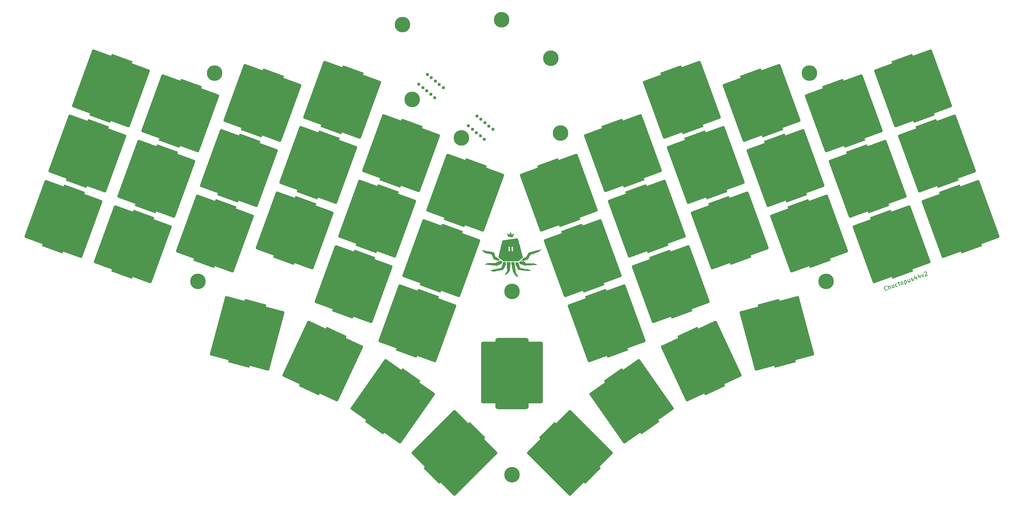
<source format=gts>
G04 #@! TF.GenerationSoftware,KiCad,Pcbnew,(6.0.0)*
G04 #@! TF.CreationDate,2023-05-15T23:43:54+03:00*
G04 #@! TF.ProjectId,choctopus44-top-plate,63686f63-746f-4707-9573-34342d746f70,2.0*
G04 #@! TF.SameCoordinates,Original*
G04 #@! TF.FileFunction,Soldermask,Top*
G04 #@! TF.FilePolarity,Negative*
%FSLAX46Y46*%
G04 Gerber Fmt 4.6, Leading zero omitted, Abs format (unit mm)*
G04 Created by KiCad (PCBNEW (6.0.0)) date 2023-05-15 23:43:54*
%MOMM*%
%LPD*%
G01*
G04 APERTURE LIST*
G04 Aperture macros list*
%AMRoundRect*
0 Rectangle with rounded corners*
0 $1 Rounding radius*
0 $2 $3 $4 $5 $6 $7 $8 $9 X,Y pos of 4 corners*
0 Add a 4 corners polygon primitive as box body*
4,1,4,$2,$3,$4,$5,$6,$7,$8,$9,$2,$3,0*
0 Add four circle primitives for the rounded corners*
1,1,$1+$1,$2,$3*
1,1,$1+$1,$4,$5*
1,1,$1+$1,$6,$7*
1,1,$1+$1,$8,$9*
0 Add four rect primitives between the rounded corners*
20,1,$1+$1,$2,$3,$4,$5,0*
20,1,$1+$1,$4,$5,$6,$7,0*
20,1,$1+$1,$6,$7,$8,$9,0*
20,1,$1+$1,$8,$9,$2,$3,0*%
G04 Aperture macros list end*
%ADD10C,0.150000*%
%ADD11RoundRect,0.300000X-9.228332X-4.303242X4.303242X-9.228332X9.228332X4.303242X-4.303242X9.228332X0*%
%ADD12RoundRect,0.108000X-5.134906X-6.529538X-0.263540X-8.302570X5.134906X6.529538X0.263540X8.302570X0*%
%ADD13RoundRect,0.108000X-4.546280X-6.952228X0.461080X-8.293946X4.546280X6.952228X-0.461080X8.293946X0*%
%ADD14RoundRect,0.300000X-8.818163X-5.091169X5.091169X-8.818163X8.818163X5.091169X-5.091169X8.818163X0*%
%ADD15C,0.787400*%
%ADD16C,3.800000*%
%ADD17RoundRect,0.300000X0.000000X-10.182338X10.182338X0.000000X0.000000X10.182338X-10.182338X0.000000X0*%
%ADD18RoundRect,0.108000X3.747666X-7.413307X7.413307X-3.747666X-3.747666X7.413307X-7.413307X3.747666X0*%
%ADD19RoundRect,0.300000X-4.303242X-9.228332X9.228332X-4.303242X4.303242X9.228332X-9.228332X4.303242X0*%
%ADD20RoundRect,0.108000X0.263540X-8.302570X5.134906X-6.529538X-0.263540X8.302570X-5.134906X6.529538X0*%
%ADD21RoundRect,0.300000X-9.568268X-3.482565X3.482565X-9.568268X9.568268X3.482565X-3.482565X9.568268X0*%
%ADD22RoundRect,0.108000X-5.684453X-6.057155X-0.986154X-8.248008X5.684453X6.057155X0.986154X8.248008X0*%
%ADD23RoundRect,0.108000X2.403423X-7.951458X6.649907X-4.978038X-2.403423X7.951458X-6.649907X4.978038X0*%
%ADD24RoundRect,0.300000X-1.768144X-10.027645X10.027645X-1.768144X1.768144X10.027645X-10.027645X1.768144X0*%
%ADD25RoundRect,0.300000X7.200000X-7.200000X7.200000X7.200000X-7.200000X7.200000X-7.200000X-7.200000X0*%
%ADD26RoundRect,0.800000X3.300000X-7.950000X3.300000X7.950000X-3.300000X7.950000X-3.300000X-7.950000X0*%
%ADD27RoundRect,0.108000X-0.461080X-8.293946X4.546280X-6.952228X0.461080X8.293946X-4.546280X6.952228X0*%
%ADD28RoundRect,0.300000X-5.091169X-8.818163X8.818163X-5.091169X5.091169X8.818163X-8.818163X5.091169X0*%
%ADD29RoundRect,0.300000X-10.027645X-1.768144X1.768144X-10.027645X10.027645X1.768144X-1.768144X10.027645X0*%
%ADD30RoundRect,0.108000X-6.649907X-4.978038X-2.403423X-7.951458X6.649907X4.978038X2.403423X7.951458X0*%
%ADD31RoundRect,0.300000X-10.182338X0.000000X0.000000X-10.182338X10.182338X0.000000X0.000000X10.182338X0*%
%ADD32RoundRect,0.108000X-7.413307X-3.747666X-3.747666X-7.413307X7.413307X3.747666X3.747666X7.413307X0*%
%ADD33RoundRect,0.108000X0.986154X-8.248008X5.684453X-6.057155X-0.986154X8.248008X-5.684453X6.057155X0*%
%ADD34RoundRect,0.300000X-3.482565X-9.568268X9.568268X-3.482565X3.482565X9.568268X-9.568268X3.482565X0*%
G04 APERTURE END LIST*
D10*
X239935555Y-111404988D02*
X239907094Y-111466022D01*
X239789139Y-111559629D01*
X239699644Y-111592203D01*
X239549116Y-111596315D01*
X239427048Y-111539394D01*
X239349727Y-111466186D01*
X239239833Y-111303484D01*
X239190973Y-111169242D01*
X239170574Y-110973966D01*
X239182748Y-110868185D01*
X239239669Y-110746117D01*
X239357624Y-110652510D01*
X239447119Y-110619937D01*
X239597647Y-110615824D01*
X239658681Y-110644284D01*
X240370853Y-111347903D02*
X240028833Y-110408210D01*
X240773579Y-111201322D02*
X240594425Y-110709103D01*
X240517105Y-110635895D01*
X240411324Y-110623721D01*
X240277082Y-110672581D01*
X240203874Y-110749901D01*
X240175413Y-110810935D01*
X241355293Y-110989596D02*
X241249512Y-110977422D01*
X241188478Y-110948961D01*
X241111157Y-110875753D01*
X241013437Y-110607270D01*
X241025611Y-110501489D01*
X241054072Y-110440455D01*
X241127280Y-110363134D01*
X241261522Y-110314274D01*
X241367303Y-110326448D01*
X241428337Y-110354908D01*
X241505657Y-110428116D01*
X241603377Y-110696600D01*
X241591204Y-110802381D01*
X241562743Y-110863415D01*
X241489535Y-110940736D01*
X241355293Y-110989596D01*
X242457688Y-110537682D02*
X242384480Y-110615002D01*
X242205491Y-110680149D01*
X242099710Y-110667975D01*
X242038676Y-110639514D01*
X241961356Y-110566307D01*
X241863636Y-110297823D01*
X241875809Y-110192042D01*
X241904270Y-110131008D01*
X241977478Y-110053687D01*
X242156467Y-109988540D01*
X242262248Y-110000714D01*
X242514445Y-109858247D02*
X242872423Y-109727954D01*
X242534680Y-109496156D02*
X242827840Y-110301607D01*
X242905161Y-110374815D01*
X243010942Y-110386989D01*
X243100437Y-110354415D01*
X243547909Y-110191549D02*
X243442128Y-110179375D01*
X243381094Y-110150914D01*
X243303774Y-110077706D01*
X243206054Y-109809223D01*
X243218227Y-109703442D01*
X243246688Y-109642408D01*
X243319896Y-109565087D01*
X243454138Y-109516227D01*
X243559919Y-109528401D01*
X243620953Y-109556861D01*
X243698274Y-109630069D01*
X243795994Y-109898553D01*
X243783820Y-110004334D01*
X243755359Y-110065368D01*
X243682151Y-110142689D01*
X243547909Y-110191549D01*
X244035852Y-109304500D02*
X244377872Y-110244193D01*
X244052139Y-109349247D02*
X244125347Y-109271927D01*
X244304336Y-109206780D01*
X244410117Y-109218954D01*
X244471151Y-109247415D01*
X244548472Y-109320623D01*
X244646192Y-109589106D01*
X244634018Y-109694887D01*
X244605557Y-109755921D01*
X244532349Y-109833242D01*
X244353360Y-109898389D01*
X244247579Y-109886215D01*
X245288776Y-108848473D02*
X245516789Y-109474935D01*
X244886050Y-108995053D02*
X245065204Y-109487273D01*
X245142524Y-109560481D01*
X245248306Y-109572655D01*
X245382547Y-109523795D01*
X245455755Y-109446474D01*
X245484216Y-109385441D01*
X245903228Y-109283608D02*
X246009009Y-109295782D01*
X246187998Y-109230635D01*
X246261206Y-109153314D01*
X246273380Y-109047533D01*
X246257093Y-109002786D01*
X246179773Y-108929578D01*
X246073991Y-108917404D01*
X245939750Y-108966264D01*
X245833968Y-108954090D01*
X245756648Y-108880882D01*
X245740361Y-108836135D01*
X245752535Y-108730354D01*
X245825743Y-108653033D01*
X245959985Y-108604173D01*
X246065766Y-108616347D01*
X246899677Y-108262153D02*
X247127691Y-108888615D01*
X246545648Y-107985608D02*
X246566211Y-108738251D01*
X247147926Y-108526524D01*
X247794623Y-107936420D02*
X248022636Y-108562881D01*
X247440593Y-107659875D02*
X247461157Y-108412517D01*
X248042871Y-108200790D01*
X248197348Y-107789840D02*
X248649098Y-108334868D01*
X248644821Y-107626973D01*
X248876618Y-107289230D02*
X248905079Y-107228196D01*
X248978287Y-107150875D01*
X249202023Y-107069442D01*
X249307804Y-107081616D01*
X249368838Y-107110076D01*
X249446159Y-107183284D01*
X249478732Y-107272779D01*
X249482845Y-107423307D01*
X249141318Y-108155715D01*
X249723032Y-107943988D01*
G36*
X147846138Y-104770443D02*
G01*
X147858574Y-104843494D01*
X147868940Y-104905646D01*
X147877106Y-104960488D01*
X147882941Y-105011608D01*
X147886316Y-105062594D01*
X147887100Y-105117035D01*
X147885163Y-105178520D01*
X147880375Y-105250637D01*
X147872604Y-105336973D01*
X147861722Y-105441119D01*
X147847598Y-105566662D01*
X147830101Y-105717191D01*
X147809101Y-105896294D01*
X147803541Y-105943797D01*
X147784472Y-106106782D01*
X147766462Y-106260579D01*
X147749900Y-106401869D01*
X147735176Y-106527330D01*
X147722682Y-106633641D01*
X147712806Y-106717479D01*
X147705938Y-106775524D01*
X147702470Y-106804455D01*
X147702246Y-106806237D01*
X147691130Y-106828757D01*
X147662096Y-106873765D01*
X147617746Y-106937615D01*
X147560678Y-107016663D01*
X147493492Y-107107263D01*
X147418788Y-107205769D01*
X147398325Y-107232394D01*
X147099306Y-107620369D01*
X146916573Y-107707209D01*
X146780267Y-107771850D01*
X146671056Y-107823274D01*
X146586116Y-107862723D01*
X146522626Y-107891434D01*
X146477764Y-107910648D01*
X146448709Y-107921605D01*
X146432639Y-107925542D01*
X146426733Y-107923701D01*
X146426514Y-107922468D01*
X146435017Y-107905332D01*
X146459258Y-107863186D01*
X146497334Y-107799171D01*
X146547344Y-107716432D01*
X146607384Y-107618112D01*
X146675554Y-107507353D01*
X146749949Y-107387300D01*
X146766365Y-107360913D01*
X147106216Y-106815016D01*
X147015634Y-105778193D01*
X146999723Y-105595890D01*
X146984699Y-105423406D01*
X146970808Y-105263586D01*
X146958295Y-105119275D01*
X146947408Y-104993316D01*
X146938390Y-104888553D01*
X146931489Y-104807831D01*
X146926949Y-104753994D01*
X146925017Y-104729885D01*
X146924966Y-104728912D01*
X146940847Y-104725656D01*
X146985708Y-104722717D01*
X147055306Y-104720212D01*
X147145398Y-104718256D01*
X147251740Y-104716965D01*
X147370089Y-104716457D01*
X147380960Y-104716453D01*
X147837042Y-104716453D01*
X147846138Y-104770443D01*
G37*
G36*
X145563770Y-104377027D02*
G01*
X145604677Y-104402290D01*
X145659216Y-104438854D01*
X145721081Y-104482183D01*
X145783963Y-104527742D01*
X145841556Y-104570997D01*
X145887551Y-104607413D01*
X145915641Y-104632456D01*
X145921120Y-104639586D01*
X145918893Y-104661890D01*
X145907660Y-104708718D01*
X145889254Y-104773185D01*
X145865826Y-104847434D01*
X145803558Y-105036558D01*
X145213826Y-105324180D01*
X145043386Y-105406632D01*
X144897663Y-105475704D01*
X144777543Y-105530998D01*
X144683914Y-105572117D01*
X144617662Y-105598664D01*
X144579675Y-105610240D01*
X144574257Y-105610746D01*
X144550635Y-105608884D01*
X144496416Y-105603783D01*
X144414045Y-105595693D01*
X144305966Y-105584865D01*
X144174623Y-105571546D01*
X144022461Y-105555989D01*
X143851922Y-105538442D01*
X143665453Y-105519155D01*
X143465496Y-105498379D01*
X143254496Y-105476362D01*
X143045938Y-105454515D01*
X142827628Y-105431612D01*
X142618696Y-105409713D01*
X142421514Y-105389065D01*
X142238453Y-105369915D01*
X142071884Y-105352511D01*
X141924180Y-105337101D01*
X141797712Y-105323931D01*
X141694852Y-105313249D01*
X141617970Y-105305303D01*
X141569439Y-105300340D01*
X141551674Y-105298609D01*
X141541935Y-105295549D01*
X141548770Y-105287325D01*
X141574357Y-105272967D01*
X141620874Y-105251506D01*
X141690498Y-105221973D01*
X141785406Y-105183398D01*
X141907777Y-105134811D01*
X142007678Y-105095601D01*
X142447900Y-104923391D01*
X144214434Y-104970351D01*
X144536990Y-104770477D01*
X144632541Y-104711487D01*
X144721213Y-104657157D01*
X144798229Y-104610380D01*
X144858816Y-104574047D01*
X144898198Y-104551053D01*
X144907941Y-104545720D01*
X144936961Y-104534550D01*
X144990851Y-104517090D01*
X145063172Y-104495147D01*
X145147485Y-104470528D01*
X145237349Y-104445039D01*
X145326325Y-104420488D01*
X145407974Y-104398681D01*
X145475855Y-104381424D01*
X145523530Y-104370525D01*
X145542803Y-104367598D01*
X145563770Y-104377027D01*
G37*
G36*
X150657821Y-104518568D02*
G01*
X151053002Y-104554636D01*
X151684264Y-105018954D01*
X153625724Y-105001320D01*
X154079069Y-105178670D01*
X154194058Y-105224058D01*
X154298343Y-105265995D01*
X154388079Y-105302873D01*
X154459425Y-105333086D01*
X154508539Y-105355025D01*
X154531577Y-105367085D01*
X154532832Y-105368480D01*
X154518711Y-105377259D01*
X154484146Y-105380939D01*
X154483896Y-105380940D01*
X154460243Y-105382051D01*
X154405914Y-105385278D01*
X154323380Y-105390456D01*
X154215110Y-105397423D01*
X154083576Y-105406015D01*
X153931248Y-105416071D01*
X153760596Y-105427426D01*
X153574090Y-105439918D01*
X153374200Y-105453384D01*
X153163398Y-105467661D01*
X152973083Y-105480613D01*
X152754417Y-105495472D01*
X152544242Y-105509650D01*
X152345059Y-105522984D01*
X152159369Y-105535312D01*
X151989672Y-105546470D01*
X151838470Y-105556296D01*
X151708264Y-105564627D01*
X151601553Y-105571301D01*
X151520840Y-105576155D01*
X151468625Y-105579026D01*
X151448435Y-105579786D01*
X151414380Y-105573332D01*
X151350840Y-105554551D01*
X151259014Y-105523862D01*
X151140098Y-105481682D01*
X150995291Y-105428432D01*
X150825789Y-105364529D01*
X150745677Y-105333907D01*
X150106108Y-105088527D01*
X150042039Y-104902481D01*
X150017616Y-104827672D01*
X149999036Y-104763136D01*
X149988173Y-104715956D01*
X149986733Y-104693598D01*
X150003442Y-104674685D01*
X150041228Y-104642447D01*
X150093652Y-104602176D01*
X150129068Y-104576630D01*
X150262640Y-104482499D01*
X150657821Y-104518568D01*
G37*
G36*
X148577919Y-104716835D02*
G01*
X148680788Y-104718085D01*
X148756556Y-104720358D01*
X148808280Y-104723810D01*
X148839019Y-104728597D01*
X148851831Y-104734875D01*
X148852644Y-104737218D01*
X148854799Y-104756695D01*
X148860796Y-104806511D01*
X148870310Y-104884045D01*
X148883012Y-104986674D01*
X148898576Y-105111778D01*
X148916676Y-105256734D01*
X148936984Y-105418920D01*
X148959174Y-105595714D01*
X148982919Y-105784494D01*
X149007429Y-105978978D01*
X149161460Y-107199972D01*
X149521652Y-107787594D01*
X149598983Y-107914093D01*
X149670625Y-108031942D01*
X149734762Y-108138107D01*
X149789579Y-108229552D01*
X149833261Y-108303241D01*
X149863992Y-108356141D01*
X149879958Y-108385216D01*
X149881844Y-108389785D01*
X149881307Y-108396442D01*
X149877197Y-108399937D01*
X149865771Y-108398939D01*
X149843282Y-108392119D01*
X149805986Y-108378146D01*
X149750137Y-108355689D01*
X149671989Y-108323419D01*
X149567798Y-108280004D01*
X149539239Y-108268087D01*
X149221552Y-108135515D01*
X148876782Y-107623940D01*
X148532012Y-107112364D01*
X148285421Y-105926868D01*
X148245194Y-105733339D01*
X148206994Y-105549298D01*
X148171355Y-105377331D01*
X148138811Y-105220024D01*
X148109893Y-105079963D01*
X148085137Y-104959734D01*
X148065074Y-104861923D01*
X148050238Y-104789117D01*
X148041164Y-104743900D01*
X148038362Y-104728912D01*
X148054091Y-104725474D01*
X148098559Y-104722399D01*
X148167277Y-104719825D01*
X148255760Y-104717890D01*
X148359522Y-104716731D01*
X148444892Y-104716453D01*
X148577919Y-104716835D01*
G37*
G36*
X145366600Y-101624646D02*
G01*
X145419989Y-101402697D01*
X145473266Y-101181366D01*
X145525867Y-100963005D01*
X145577227Y-100749964D01*
X145626778Y-100544596D01*
X145673956Y-100349249D01*
X145718196Y-100166276D01*
X145758930Y-99998027D01*
X145795595Y-99846854D01*
X145827625Y-99715107D01*
X145854453Y-99605136D01*
X145875514Y-99519294D01*
X145890243Y-99459930D01*
X145898075Y-99429397D01*
X145899213Y-99425673D01*
X145915881Y-99422974D01*
X145962905Y-99415866D01*
X146037764Y-99404718D01*
X146137933Y-99389898D01*
X146260891Y-99371774D01*
X146404114Y-99350714D01*
X146565080Y-99327086D01*
X146741266Y-99301258D01*
X146930149Y-99273599D01*
X147129207Y-99244477D01*
X147335917Y-99214259D01*
X147547757Y-99183314D01*
X147762202Y-99152010D01*
X147976732Y-99120716D01*
X148188822Y-99089798D01*
X148395951Y-99059626D01*
X148595595Y-99030568D01*
X148785233Y-99002991D01*
X148962340Y-98977264D01*
X149124395Y-98953756D01*
X149268875Y-98932833D01*
X149393256Y-98914864D01*
X149495017Y-98900218D01*
X149571634Y-98889263D01*
X149620585Y-98882366D01*
X149639165Y-98879908D01*
X149644184Y-98882013D01*
X149650384Y-98890093D01*
X149658188Y-98905651D01*
X149668021Y-98930189D01*
X149680309Y-98965211D01*
X149695475Y-99012218D01*
X149713944Y-99072713D01*
X149736141Y-99148198D01*
X149762491Y-99240176D01*
X149793418Y-99350148D01*
X149829347Y-99479618D01*
X149870702Y-99630088D01*
X149917909Y-99803061D01*
X149971391Y-100000038D01*
X150031573Y-100222522D01*
X150098880Y-100472016D01*
X150173737Y-100750021D01*
X150256569Y-101058041D01*
X150291056Y-101186368D01*
X150363701Y-101456820D01*
X150434065Y-101718976D01*
X150501655Y-101970993D01*
X150565979Y-102211027D01*
X150626545Y-102437236D01*
X150682861Y-102647776D01*
X150734434Y-102840805D01*
X150780773Y-103014478D01*
X150821385Y-103166954D01*
X150855778Y-103296388D01*
X150883461Y-103400939D01*
X150903940Y-103478762D01*
X150916724Y-103528015D01*
X150921250Y-103546427D01*
X150922905Y-103559232D01*
X150921294Y-103572253D01*
X150914211Y-103587539D01*
X150899449Y-103607142D01*
X150874802Y-103633113D01*
X150838065Y-103667504D01*
X150787032Y-103712365D01*
X150719495Y-103769747D01*
X150633250Y-103841701D01*
X150526091Y-103930280D01*
X150395810Y-104037532D01*
X150371836Y-104057251D01*
X149812698Y-104517107D01*
X149328141Y-104514404D01*
X149232847Y-104513789D01*
X149108108Y-104512852D01*
X148957702Y-104511627D01*
X148785405Y-104510148D01*
X148594995Y-104508450D01*
X148390250Y-104506567D01*
X148174946Y-104504532D01*
X147952862Y-104502382D01*
X147727774Y-104500148D01*
X147503460Y-104497867D01*
X147485513Y-104497682D01*
X146127443Y-104483663D01*
X145525278Y-103991279D01*
X145403451Y-103891672D01*
X145289740Y-103798718D01*
X145186678Y-103714487D01*
X145096799Y-103641049D01*
X145022639Y-103580476D01*
X144966730Y-103534837D01*
X144931608Y-103506203D01*
X144919806Y-103496638D01*
X144923167Y-103480577D01*
X144933770Y-103434573D01*
X144951049Y-103360977D01*
X144974438Y-103262139D01*
X145003373Y-103140411D01*
X145037287Y-102998144D01*
X145075615Y-102837688D01*
X145117791Y-102661395D01*
X145163250Y-102471615D01*
X145211426Y-102270699D01*
X145261753Y-102060998D01*
X145266342Y-102041894D01*
X147390019Y-102041894D01*
X147705650Y-102041894D01*
X148204015Y-102041894D01*
X148503034Y-102041894D01*
X148503034Y-100962104D01*
X148204015Y-100962104D01*
X148204015Y-102041894D01*
X147705650Y-102041894D01*
X147705650Y-100962104D01*
X147390019Y-100962104D01*
X147390019Y-102041894D01*
X145266342Y-102041894D01*
X145313667Y-101844864D01*
X145366600Y-101624646D01*
G37*
G36*
X149756446Y-104741371D02*
G01*
X149997620Y-105442120D01*
X150238793Y-106142869D01*
X151639361Y-106420521D01*
X151849557Y-106462355D01*
X152049889Y-106502547D01*
X152238031Y-106540610D01*
X152411658Y-106576060D01*
X152568446Y-106608411D01*
X152706069Y-106637178D01*
X152822203Y-106661876D01*
X152914523Y-106682020D01*
X152980704Y-106697125D01*
X153018420Y-106706705D01*
X153026582Y-106710032D01*
X153004943Y-106718212D01*
X152955623Y-106731205D01*
X152883658Y-106748015D01*
X152794079Y-106767644D01*
X152691919Y-106789095D01*
X152582211Y-106811370D01*
X152469989Y-106833471D01*
X152360284Y-106854403D01*
X152258131Y-106873166D01*
X152168561Y-106888765D01*
X152096607Y-106900201D01*
X152047304Y-106906476D01*
X152030858Y-106907355D01*
X152000580Y-106904719D01*
X151940425Y-106897755D01*
X151853400Y-106886865D01*
X151742514Y-106872451D01*
X151610776Y-106854913D01*
X151461194Y-106834655D01*
X151296777Y-106812076D01*
X151120532Y-106787580D01*
X150935469Y-106761567D01*
X150878805Y-106753545D01*
X149807551Y-106601639D01*
X149463316Y-105970299D01*
X149119081Y-105338958D01*
X149093464Y-105083521D01*
X149084498Y-104991072D01*
X149076902Y-104906946D01*
X149071276Y-104838262D01*
X149068223Y-104792140D01*
X149067848Y-104780237D01*
X149067848Y-104732391D01*
X149756446Y-104741371D01*
G37*
G36*
X140944504Y-101749044D02*
G01*
X140992411Y-101757576D01*
X141067136Y-101771705D01*
X141165841Y-101790853D01*
X141285685Y-101814440D01*
X141423828Y-101841886D01*
X141577430Y-101872612D01*
X141743651Y-101906038D01*
X141919652Y-101941584D01*
X142102592Y-101978672D01*
X142289632Y-102016721D01*
X142477931Y-102055152D01*
X142664650Y-102093386D01*
X142846948Y-102130842D01*
X143021986Y-102166942D01*
X143186924Y-102201106D01*
X143338921Y-102232754D01*
X143475139Y-102261307D01*
X143592736Y-102286185D01*
X143688873Y-102306809D01*
X143760711Y-102322598D01*
X143805408Y-102332975D01*
X143820111Y-102337233D01*
X143828389Y-102355015D01*
X143847134Y-102400225D01*
X143874919Y-102469265D01*
X143910317Y-102558541D01*
X143951902Y-102664456D01*
X143998247Y-102783416D01*
X144042370Y-102897421D01*
X144091939Y-103025630D01*
X144138124Y-103144596D01*
X144179470Y-103250611D01*
X144214525Y-103339970D01*
X144241836Y-103408966D01*
X144259948Y-103453894D01*
X144267105Y-103470541D01*
X144287009Y-103484558D01*
X144332503Y-103505810D01*
X144397432Y-103531726D01*
X144475639Y-103559736D01*
X144501442Y-103568384D01*
X144722573Y-103641309D01*
X145051260Y-103917049D01*
X145139860Y-103991743D01*
X145219415Y-104059516D01*
X145286557Y-104117440D01*
X145337916Y-104162587D01*
X145370122Y-104192029D01*
X145379947Y-104202666D01*
X145364722Y-104208383D01*
X145323051Y-104219824D01*
X145260936Y-104235586D01*
X145184383Y-104254269D01*
X145099396Y-104274471D01*
X145011978Y-104294790D01*
X144928135Y-104313823D01*
X144853871Y-104330170D01*
X144795189Y-104342429D01*
X144758094Y-104349198D01*
X144748685Y-104350039D01*
X144731495Y-104344568D01*
X144686782Y-104329581D01*
X144618428Y-104306403D01*
X144530318Y-104276354D01*
X144426336Y-104240758D01*
X144310363Y-104200938D01*
X144258626Y-104183138D01*
X143776873Y-104017300D01*
X143544303Y-103427669D01*
X143482107Y-103270743D01*
X143430496Y-103142383D01*
X143388347Y-103040064D01*
X143354537Y-102961262D01*
X143327941Y-102903449D01*
X143307437Y-102864100D01*
X143291900Y-102840690D01*
X143280208Y-102830693D01*
X143278509Y-102830142D01*
X143256234Y-102824968D01*
X143204771Y-102813081D01*
X143127307Y-102795215D01*
X143027033Y-102772105D01*
X142907139Y-102744487D01*
X142770813Y-102713094D01*
X142621244Y-102678663D01*
X142461623Y-102641926D01*
X142414676Y-102631123D01*
X141584068Y-102440000D01*
X141249177Y-102095591D01*
X141164286Y-102007732D01*
X141088126Y-101927837D01*
X141023468Y-101858899D01*
X140973081Y-101803911D01*
X140939735Y-101765866D01*
X140926202Y-101747758D01*
X140926256Y-101746690D01*
X140944504Y-101749044D01*
G37*
G36*
X155418778Y-101598809D02*
G01*
X155389134Y-101632765D01*
X155341813Y-101684238D01*
X155279665Y-101750181D01*
X155205536Y-101827545D01*
X155122276Y-101913282D01*
X155104942Y-101931000D01*
X154774127Y-102268721D01*
X153818903Y-102572733D01*
X152863680Y-102876745D01*
X152514848Y-103442697D01*
X152437374Y-103567956D01*
X152364220Y-103685400D01*
X152297456Y-103791766D01*
X152239153Y-103883792D01*
X152191379Y-103958215D01*
X152156207Y-104011773D01*
X152135705Y-104041204D01*
X152132792Y-104044767D01*
X152108338Y-104059610D01*
X152056982Y-104082611D01*
X151983565Y-104112107D01*
X151892924Y-104146435D01*
X151789898Y-104183932D01*
X151679327Y-104222936D01*
X151566049Y-104261783D01*
X151454903Y-104298810D01*
X151350728Y-104332356D01*
X151258362Y-104360756D01*
X151182644Y-104382348D01*
X151128414Y-104395469D01*
X151102838Y-104398720D01*
X151070892Y-104396579D01*
X151012002Y-104392102D01*
X150932329Y-104385776D01*
X150838033Y-104378092D01*
X150735275Y-104369539D01*
X150734481Y-104369472D01*
X150634992Y-104360619D01*
X150547100Y-104351877D01*
X150476085Y-104343847D01*
X150427229Y-104337129D01*
X150405812Y-104332324D01*
X150405454Y-104332052D01*
X150415302Y-104319491D01*
X150448216Y-104289019D01*
X150501121Y-104243235D01*
X150570942Y-104184733D01*
X150654605Y-104116112D01*
X150749036Y-104039969D01*
X150788972Y-104008115D01*
X151182997Y-103694805D01*
X151408712Y-103619646D01*
X151634427Y-103544486D01*
X152355883Y-102367696D01*
X153887960Y-101972627D01*
X154107119Y-101916215D01*
X154317069Y-101862372D01*
X154515587Y-101811655D01*
X154700453Y-101764624D01*
X154869446Y-101721836D01*
X155020347Y-101683851D01*
X155150933Y-101651226D01*
X155258985Y-101624520D01*
X155342282Y-101604292D01*
X155398602Y-101591098D01*
X155425726Y-101585499D01*
X155427897Y-101585419D01*
X155418778Y-101598809D01*
G37*
G36*
X147912661Y-97221829D02*
G01*
X147928007Y-97268312D01*
X147949961Y-97338290D01*
X147977222Y-97427548D01*
X148008489Y-97531872D01*
X148042462Y-97647049D01*
X148046115Y-97659539D01*
X148175720Y-98103017D01*
X148252163Y-98050778D01*
X148291761Y-98023661D01*
X148352254Y-97982164D01*
X148427165Y-97930733D01*
X148510016Y-97873815D01*
X148567017Y-97834636D01*
X148644710Y-97781729D01*
X148712443Y-97736564D01*
X148765718Y-97702064D01*
X148800034Y-97681150D01*
X148810928Y-97676232D01*
X148806167Y-97692336D01*
X148790086Y-97735400D01*
X148764158Y-97801723D01*
X148729855Y-97887602D01*
X148688652Y-97989334D01*
X148642020Y-98103219D01*
X148615552Y-98167372D01*
X148414676Y-98653013D01*
X148355029Y-98650978D01*
X148322556Y-98648659D01*
X148262215Y-98643192D01*
X148179160Y-98635090D01*
X148078546Y-98624865D01*
X147965527Y-98613030D01*
X147863466Y-98602078D01*
X147745735Y-98589402D01*
X147637664Y-98577954D01*
X147544028Y-98568225D01*
X147469606Y-98560705D01*
X147419174Y-98555886D01*
X147398325Y-98554266D01*
X147386802Y-98549411D01*
X147372439Y-98533515D01*
X147353784Y-98503675D01*
X147329386Y-98456989D01*
X147297792Y-98390552D01*
X147257549Y-98301463D01*
X147207206Y-98186818D01*
X147160275Y-98078442D01*
X147110073Y-97961228D01*
X147064841Y-97854020D01*
X147026097Y-97760550D01*
X146995363Y-97684549D01*
X146974160Y-97629751D01*
X146964007Y-97599888D01*
X146963500Y-97595512D01*
X146978997Y-97602001D01*
X147018010Y-97624612D01*
X147076542Y-97660846D01*
X147150595Y-97708202D01*
X147236170Y-97764181D01*
X147284112Y-97796011D01*
X147398742Y-97871438D01*
X147487582Y-97927491D01*
X147551474Y-97964658D01*
X147591260Y-97983430D01*
X147607783Y-97984296D01*
X147607909Y-97984086D01*
X147616393Y-97963287D01*
X147634283Y-97915682D01*
X147659929Y-97845795D01*
X147691678Y-97758148D01*
X147727881Y-97657266D01*
X147756541Y-97576828D01*
X147794659Y-97471244D01*
X147829617Y-97377680D01*
X147859806Y-97300182D01*
X147883615Y-97242795D01*
X147899435Y-97209567D01*
X147905222Y-97203055D01*
X147912661Y-97221829D01*
G37*
G36*
X146530532Y-104700519D02*
G01*
X146611635Y-104702401D01*
X146674703Y-104705256D01*
X146714394Y-104708854D01*
X146725765Y-104712300D01*
X146727657Y-104732162D01*
X146732751Y-104779356D01*
X146740419Y-104848215D01*
X146750029Y-104933068D01*
X146758413Y-105006221D01*
X146790829Y-105287684D01*
X146458133Y-105940597D01*
X146374728Y-106103719D01*
X146304742Y-106239247D01*
X146246935Y-106349402D01*
X146200065Y-106436407D01*
X146162894Y-106502484D01*
X146134180Y-106549854D01*
X146112684Y-106580739D01*
X146097165Y-106597360D01*
X146089088Y-106601723D01*
X146057477Y-106608274D01*
X145997824Y-106620060D01*
X145913316Y-106636479D01*
X145807143Y-106656927D01*
X145682491Y-106680804D01*
X145542550Y-106707507D01*
X145390507Y-106736434D01*
X145229550Y-106766984D01*
X145062868Y-106798553D01*
X144893648Y-106830541D01*
X144725078Y-106862344D01*
X144560348Y-106893361D01*
X144402644Y-106922991D01*
X144255155Y-106950630D01*
X144121069Y-106975677D01*
X144003574Y-106997529D01*
X143905858Y-107015585D01*
X143831110Y-107029243D01*
X143782516Y-107037901D01*
X143763267Y-107040956D01*
X143763169Y-107040954D01*
X143742761Y-107036299D01*
X143694539Y-107023717D01*
X143622651Y-107004339D01*
X143531250Y-106979299D01*
X143424485Y-106949726D01*
X143306507Y-106916753D01*
X143270202Y-106906551D01*
X143150044Y-106872475D01*
X143040273Y-106840825D01*
X142944970Y-106812821D01*
X142868215Y-106789680D01*
X142814089Y-106772620D01*
X142786672Y-106762858D01*
X142784264Y-106761533D01*
X142798212Y-106756178D01*
X142842295Y-106744020D01*
X142914242Y-106725601D01*
X143011787Y-106701466D01*
X143132660Y-106672155D01*
X143274594Y-106638212D01*
X143435320Y-106600178D01*
X143612570Y-106558598D01*
X143804075Y-106514012D01*
X144007567Y-106466963D01*
X144219282Y-106418337D01*
X145666792Y-106086957D01*
X145813651Y-105663346D01*
X145859136Y-105532161D01*
X145907005Y-105394126D01*
X145954370Y-105257567D01*
X145998342Y-105130812D01*
X146036032Y-105022189D01*
X146054220Y-104969789D01*
X146147929Y-104699841D01*
X146436731Y-104699841D01*
X146530532Y-104700519D01*
G37*
D11*
X106763682Y-65017964D03*
D12*
X106763682Y-65017964D03*
D13*
X83596011Y-122133503D03*
D14*
X83596011Y-122133503D03*
D15*
X140659251Y-69818386D03*
X141632127Y-70634726D03*
X142605003Y-71451067D03*
X139686374Y-69002046D03*
X143577880Y-72267407D03*
X129388220Y-64512300D03*
X127442467Y-62879620D03*
X126469591Y-62063279D03*
X125496714Y-61246939D03*
X128415343Y-63695960D03*
D16*
X148260000Y-156700000D03*
D11*
X121152131Y-78114956D03*
D12*
X121152131Y-78114956D03*
D17*
X162356622Y-151356308D03*
D18*
X162356622Y-151356308D03*
D19*
X201384627Y-96967073D03*
D20*
X201384627Y-96967073D03*
D16*
X145676694Y-45483841D03*
D20*
X175368093Y-78115291D03*
D19*
X175368093Y-78115291D03*
D20*
X189755942Y-65017524D03*
D19*
X189755942Y-65017524D03*
X229295363Y-68394525D03*
D20*
X229295363Y-68394525D03*
D16*
X157726694Y-54933841D03*
X75620000Y-58500000D03*
D11*
X136805326Y-87736853D03*
D12*
X136805326Y-87736853D03*
D15*
X140515343Y-73895960D03*
X137596714Y-71446939D03*
X138569591Y-72263279D03*
X141488220Y-74712300D03*
X139542467Y-73079620D03*
D12*
X67224859Y-68394191D03*
D11*
X67224859Y-68394191D03*
D12*
X81509169Y-81777120D03*
D11*
X81509169Y-81777120D03*
D19*
X220825396Y-97752230D03*
D20*
X220825396Y-97752230D03*
D19*
X195570284Y-80992298D03*
D20*
X195570284Y-80992298D03*
D21*
X102057334Y-128865490D03*
D22*
X102057334Y-128865490D03*
D19*
X165529240Y-103711962D03*
D20*
X165529240Y-103711962D03*
D11*
X55596174Y-100343740D03*
D12*
X55596174Y-100343740D03*
X75694827Y-97751894D03*
D11*
X75694827Y-97751894D03*
D12*
X50309974Y-62238135D03*
D11*
X50309974Y-62238135D03*
D19*
X246207856Y-62231892D03*
D20*
X246207856Y-62231892D03*
D11*
X61410517Y-84368965D03*
D12*
X61410517Y-84368965D03*
D23*
X177428956Y-138709806D03*
D24*
X177428956Y-138709806D03*
D19*
X186996778Y-110064840D03*
D20*
X186996778Y-110064840D03*
D11*
X125176641Y-119686402D03*
D12*
X125176641Y-119686402D03*
D16*
X135900000Y-74400000D03*
X220900000Y-58500000D03*
X121476694Y-46683841D03*
D19*
X209196711Y-65802681D03*
D20*
X209196711Y-65802681D03*
D19*
X215011054Y-81777455D03*
D20*
X215011054Y-81777455D03*
D16*
X123850000Y-64950000D03*
D25*
X148260000Y-131700000D03*
D26*
X148260000Y-131950000D03*
D27*
X212926243Y-122133742D03*
D28*
X212926243Y-122133742D03*
D16*
X160100000Y-73200000D03*
D12*
X38681289Y-94187684D03*
D11*
X38681289Y-94187684D03*
D29*
X119083878Y-138708743D03*
D30*
X119083878Y-138708743D03*
D20*
X257836541Y-94181441D03*
D19*
X257836541Y-94181441D03*
X171343583Y-119686736D03*
D20*
X171343583Y-119686736D03*
D31*
X134162632Y-151355807D03*
D32*
X134162632Y-151355807D03*
D20*
X159714898Y-87737187D03*
D19*
X159714898Y-87737187D03*
D33*
X194461570Y-128866022D03*
D34*
X194461570Y-128866022D03*
D16*
X148260000Y-111880000D03*
D12*
X109523446Y-110064505D03*
D11*
X109523446Y-110064505D03*
D12*
X44495632Y-78212909D03*
D11*
X44495632Y-78212909D03*
D19*
X235109706Y-84369300D03*
D20*
X235109706Y-84369300D03*
D12*
X100949340Y-80992739D03*
D11*
X100949340Y-80992739D03*
D16*
X225000000Y-109400000D03*
D19*
X252022198Y-78206666D03*
D20*
X252022198Y-78206666D03*
D12*
X115337789Y-94089730D03*
D11*
X115337789Y-94089730D03*
X95134998Y-96967513D03*
D12*
X95134998Y-96967513D03*
D15*
X129515764Y-60474541D03*
X130488640Y-61290882D03*
X127570011Y-58841861D03*
X131461517Y-62107222D03*
X128542888Y-59658201D03*
D11*
X87323512Y-65802345D03*
D12*
X87323512Y-65802345D03*
D11*
X130990983Y-103711628D03*
D12*
X130990983Y-103711628D03*
D19*
X181182435Y-94090065D03*
D20*
X181182435Y-94090065D03*
D19*
X240924048Y-100344074D03*
D20*
X240924048Y-100344074D03*
D16*
X71520000Y-109400000D03*
M02*

</source>
